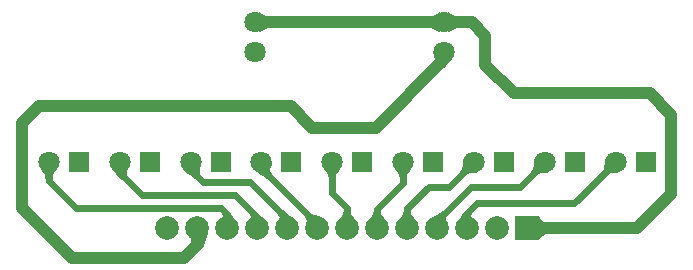
<source format=gbl>
G04 #@! TF.GenerationSoftware,KiCad,Pcbnew,8.0.1*
G04 #@! TF.CreationDate,2024-06-04T21:42:42+02:00*
G04 #@! TF.ProjectId,BMW E30 VFL SI Indicator,424d5720-4533-4302-9056-464c20534920,rev?*
G04 #@! TF.SameCoordinates,Original*
G04 #@! TF.FileFunction,Copper,L2,Bot*
G04 #@! TF.FilePolarity,Positive*
%FSLAX46Y46*%
G04 Gerber Fmt 4.6, Leading zero omitted, Abs format (unit mm)*
G04 Created by KiCad (PCBNEW 8.0.1) date 2024-06-04 21:42:42*
%MOMM*%
%LPD*%
G01*
G04 APERTURE LIST*
G04 #@! TA.AperFunction,ComponentPad*
%ADD10R,2.000000X2.000000*%
G04 #@! TD*
G04 #@! TA.AperFunction,ComponentPad*
%ADD11C,2.000000*%
G04 #@! TD*
G04 #@! TA.AperFunction,ComponentPad*
%ADD12R,1.800000X1.800000*%
G04 #@! TD*
G04 #@! TA.AperFunction,ComponentPad*
%ADD13C,1.800000*%
G04 #@! TD*
G04 #@! TA.AperFunction,Conductor*
%ADD14C,0.600000*%
G04 #@! TD*
G04 #@! TA.AperFunction,Conductor*
%ADD15C,0.300000*%
G04 #@! TD*
G04 #@! TA.AperFunction,Conductor*
%ADD16C,1.000000*%
G04 #@! TD*
G04 APERTURE END LIST*
D10*
X165540000Y-91600000D03*
D11*
X163000000Y-91600000D03*
X160460000Y-91600000D03*
X157920000Y-91600000D03*
X155380000Y-91600000D03*
X152840000Y-91600000D03*
X150300000Y-91600000D03*
X147760000Y-91600000D03*
X145220000Y-91600000D03*
X142680000Y-91600000D03*
X140140000Y-91600000D03*
X137600000Y-91600000D03*
X135060000Y-91600000D03*
D12*
X151575000Y-86000000D03*
D13*
X149035000Y-86000000D03*
D12*
X127575000Y-86000000D03*
D13*
X125035000Y-86000000D03*
D12*
X175575000Y-86000000D03*
D13*
X173035000Y-86000000D03*
D12*
X157575000Y-86000000D03*
D13*
X155035000Y-86000000D03*
D12*
X145575000Y-86000000D03*
D13*
X143035000Y-86000000D03*
D12*
X139575000Y-86000000D03*
D13*
X137035000Y-86000000D03*
D12*
X133575000Y-86000000D03*
D13*
X131035000Y-86000000D03*
X158500000Y-76700000D03*
X158500000Y-74160000D03*
X142500000Y-74160000D03*
X142500000Y-76700000D03*
D12*
X163575000Y-86000000D03*
D13*
X161035000Y-86000000D03*
D12*
X169575000Y-86000000D03*
D13*
X167035000Y-86000000D03*
D14*
X169535000Y-89500000D02*
X173035000Y-86000000D01*
X160460000Y-90340000D02*
X161300000Y-89500000D01*
X161300000Y-89500000D02*
X169535000Y-89500000D01*
X160460000Y-91600000D02*
X160460000Y-90340000D01*
X164935000Y-88100000D02*
X167035000Y-86000000D01*
X160800000Y-88100000D02*
X164935000Y-88100000D01*
X157920000Y-90980000D02*
X160800000Y-88100000D01*
D15*
X157920000Y-91600000D02*
X157920000Y-90980000D01*
D14*
X157200000Y-88100000D02*
X158935000Y-88100000D01*
X158935000Y-88100000D02*
X161035000Y-86000000D01*
X155380000Y-89920000D02*
X157200000Y-88100000D01*
X155380000Y-91600000D02*
X155380000Y-89920000D01*
X155035000Y-87765000D02*
X155035000Y-86000000D01*
X152840000Y-89960000D02*
X155035000Y-87765000D01*
X152840000Y-91600000D02*
X152840000Y-89960000D01*
X150300000Y-91600000D02*
X150300000Y-89900000D01*
X149035000Y-88635000D02*
X149035000Y-86000000D01*
X150300000Y-89900000D02*
X149035000Y-88635000D01*
D15*
X143035000Y-86535000D02*
X143035000Y-86000000D01*
X147760000Y-91600000D02*
X147300000Y-91140000D01*
D14*
X147300000Y-91140000D02*
X147300000Y-90800000D01*
X147300000Y-90800000D02*
X143035000Y-86535000D01*
X138100000Y-87700000D02*
X137500000Y-87100000D01*
D15*
X137500000Y-86465000D02*
X137035000Y-86000000D01*
D14*
X137500000Y-87100000D02*
X137500000Y-86465000D01*
X145220000Y-90820000D02*
X142100000Y-87700000D01*
X142100000Y-87700000D02*
X138100000Y-87700000D01*
X145220000Y-91600000D02*
X145220000Y-90820000D01*
X132900000Y-88800000D02*
X131300000Y-87200000D01*
X142680000Y-91600000D02*
X142680000Y-90680000D01*
D15*
X131300000Y-86265000D02*
X131035000Y-86000000D01*
D14*
X140800000Y-88800000D02*
X132900000Y-88800000D01*
X142680000Y-90680000D02*
X140800000Y-88800000D01*
X131300000Y-87200000D02*
X131300000Y-86265000D01*
X140140000Y-91600000D02*
X140140000Y-90440000D01*
X125035000Y-87635000D02*
X125035000Y-86000000D01*
X127300000Y-89900000D02*
X125035000Y-87635000D01*
X140140000Y-90440000D02*
X139600000Y-89900000D01*
X139600000Y-89900000D02*
X127300000Y-89900000D01*
D16*
X162000000Y-75300000D02*
X160860000Y-74160000D01*
X174800000Y-91600000D02*
X177700000Y-88700000D01*
X142500000Y-74160000D02*
X158500000Y-74160000D01*
X160860000Y-74160000D02*
X158500000Y-74160000D01*
X175900000Y-80200000D02*
X164400000Y-80200000D01*
X177700000Y-88700000D02*
X177700000Y-82000000D01*
X162000000Y-77800000D02*
X162000000Y-75300000D01*
X165540000Y-91600000D02*
X174800000Y-91600000D01*
X177700000Y-82000000D02*
X175900000Y-80200000D01*
X164400000Y-80200000D02*
X162000000Y-77800000D01*
X147300000Y-83100000D02*
X145500000Y-81300000D01*
X152700000Y-83100000D02*
X147300000Y-83100000D01*
X124200000Y-81300000D02*
X122800000Y-82700000D01*
X137600000Y-93000000D02*
X137600000Y-91600000D01*
X122800000Y-89900000D02*
X127000000Y-94100000D01*
X122800000Y-82700000D02*
X122800000Y-89900000D01*
X158260000Y-77540000D02*
X152700000Y-83100000D01*
X136500000Y-94100000D02*
X137600000Y-93000000D01*
X145500000Y-81300000D02*
X124200000Y-81300000D01*
X127000000Y-94100000D02*
X136500000Y-94100000D01*
G04 #@! TA.AperFunction,Conductor*
G36*
X172215485Y-85660531D02*
G01*
X173031214Y-85997437D01*
X173037553Y-86003763D01*
X173037562Y-86003785D01*
X173374467Y-86819513D01*
X173374458Y-86828467D01*
X173368119Y-86834793D01*
X173366993Y-86835192D01*
X173094238Y-86916438D01*
X173092068Y-86916866D01*
X172868961Y-86939281D01*
X172868813Y-86939295D01*
X172675492Y-86956250D01*
X172675486Y-86956252D01*
X172481936Y-87024796D01*
X172481935Y-87024796D01*
X172481934Y-87024797D01*
X172265348Y-87195640D01*
X172256730Y-87198073D01*
X172249829Y-87194727D01*
X171840272Y-86785170D01*
X171836845Y-86776897D01*
X171839358Y-86769653D01*
X172010202Y-86553063D01*
X172078747Y-86359513D01*
X172095708Y-86166116D01*
X172118132Y-85942920D01*
X172118557Y-85940769D01*
X172199808Y-85668004D01*
X172205453Y-85661055D01*
X172214360Y-85660133D01*
X172215485Y-85660531D01*
G37*
G04 #@! TD.AperFunction*
G04 #@! TA.AperFunction,Conductor*
G36*
X160425848Y-89966478D02*
G01*
X160426448Y-89967037D01*
X160835645Y-90376234D01*
X160839072Y-90384507D01*
X160837642Y-90390112D01*
X160744781Y-90560251D01*
X160744782Y-90560252D01*
X160744782Y-90560253D01*
X160779218Y-90617952D01*
X160825745Y-90695911D01*
X160825746Y-90695911D01*
X160825747Y-90695913D01*
X161009274Y-90826028D01*
X161009617Y-90826281D01*
X161219180Y-90986628D01*
X161221605Y-90989139D01*
X161375370Y-91205351D01*
X161377372Y-91214079D01*
X161372616Y-91221667D01*
X161370317Y-91222940D01*
X160466525Y-91597708D01*
X160457570Y-91597711D01*
X160453762Y-91595165D01*
X159760590Y-90900605D01*
X159757171Y-90892328D01*
X159760039Y-90884667D01*
X159810763Y-90826281D01*
X159938807Y-90678893D01*
X160045254Y-90505473D01*
X160124996Y-90346010D01*
X160125470Y-90345158D01*
X160231155Y-90172981D01*
X160232294Y-90171430D01*
X160409343Y-89967637D01*
X160417355Y-89963639D01*
X160425848Y-89966478D01*
G37*
G04 #@! TD.AperFunction*
G04 #@! TA.AperFunction,Conductor*
G36*
X166215485Y-85660531D02*
G01*
X167031214Y-85997437D01*
X167037553Y-86003763D01*
X167037562Y-86003785D01*
X167374467Y-86819513D01*
X167374458Y-86828467D01*
X167368119Y-86834793D01*
X167366993Y-86835192D01*
X167094238Y-86916438D01*
X167092068Y-86916866D01*
X166868961Y-86939281D01*
X166868813Y-86939295D01*
X166675492Y-86956250D01*
X166675486Y-86956252D01*
X166481936Y-87024796D01*
X166481935Y-87024796D01*
X166481934Y-87024797D01*
X166265348Y-87195640D01*
X166256730Y-87198073D01*
X166249829Y-87194727D01*
X165840272Y-86785170D01*
X165836845Y-86776897D01*
X165839358Y-86769653D01*
X166010202Y-86553063D01*
X166078747Y-86359513D01*
X166095708Y-86166116D01*
X166118132Y-85942920D01*
X166118557Y-85940769D01*
X166199808Y-85668004D01*
X166205453Y-85661055D01*
X166214360Y-85660133D01*
X166215485Y-85660531D01*
G37*
G04 #@! TD.AperFunction*
G04 #@! TA.AperFunction,Conductor*
G36*
X158386025Y-90105011D02*
G01*
X158795929Y-90514915D01*
X158799356Y-90523188D01*
X158797460Y-90529574D01*
X158667574Y-90728977D01*
X158678271Y-90910688D01*
X158678271Y-90910689D01*
X158768167Y-91096416D01*
X158768236Y-91096559D01*
X158870314Y-91314978D01*
X158871243Y-91317939D01*
X158917634Y-91586316D01*
X158915666Y-91595052D01*
X158908098Y-91599838D01*
X158906113Y-91600009D01*
X157924150Y-91600703D01*
X157915875Y-91597282D01*
X157915861Y-91597268D01*
X157221821Y-90901839D01*
X157218402Y-90893562D01*
X157221837Y-90885293D01*
X157222481Y-90884697D01*
X157476978Y-90667163D01*
X157478710Y-90665939D01*
X157694517Y-90541292D01*
X157695478Y-90540797D01*
X157858442Y-90466484D01*
X157896266Y-90449237D01*
X157896269Y-90449235D01*
X157896283Y-90449229D01*
X158113481Y-90323779D01*
X158370152Y-90104389D01*
X158378665Y-90101620D01*
X158386025Y-90105011D01*
G37*
G04 #@! TD.AperFunction*
G04 #@! TA.AperFunction,Conductor*
G36*
X160215485Y-85660531D02*
G01*
X161031214Y-85997437D01*
X161037553Y-86003763D01*
X161037562Y-86003785D01*
X161374467Y-86819513D01*
X161374458Y-86828467D01*
X161368119Y-86834793D01*
X161366993Y-86835192D01*
X161094238Y-86916438D01*
X161092068Y-86916866D01*
X160868961Y-86939281D01*
X160868813Y-86939295D01*
X160675492Y-86956250D01*
X160675486Y-86956252D01*
X160481936Y-87024796D01*
X160481935Y-87024796D01*
X160481934Y-87024797D01*
X160265348Y-87195640D01*
X160256730Y-87198073D01*
X160249829Y-87194727D01*
X159840272Y-86785170D01*
X159836845Y-86776897D01*
X159839358Y-86769653D01*
X160010202Y-86553063D01*
X160078747Y-86359513D01*
X160095708Y-86166116D01*
X160118132Y-85942920D01*
X160118557Y-85940769D01*
X160199808Y-85668004D01*
X160205453Y-85661055D01*
X160214360Y-85660133D01*
X160215485Y-85660531D01*
G37*
G04 #@! TD.AperFunction*
G04 #@! TA.AperFunction,Conductor*
G36*
X155678052Y-90103427D02*
G01*
X155681373Y-90110128D01*
X155721376Y-90405151D01*
X155829084Y-90599457D01*
X155829087Y-90599461D01*
X155978357Y-90752781D01*
X155978614Y-90753054D01*
X156028852Y-90808164D01*
X156144078Y-90934564D01*
X156145622Y-90936699D01*
X156297399Y-91205825D01*
X156298478Y-91214714D01*
X156292955Y-91221763D01*
X156291695Y-91222377D01*
X155384487Y-91599136D01*
X155375533Y-91599145D01*
X155375513Y-91599136D01*
X154468304Y-91222377D01*
X154461977Y-91216039D01*
X154461986Y-91207085D01*
X154462593Y-91205837D01*
X154614377Y-90936694D01*
X154615916Y-90934567D01*
X154781439Y-90752993D01*
X154781573Y-90752851D01*
X154930913Y-90599460D01*
X155038622Y-90405152D01*
X155078627Y-90110128D01*
X155083135Y-90102390D01*
X155090221Y-90100000D01*
X155669779Y-90100000D01*
X155678052Y-90103427D01*
G37*
G04 #@! TD.AperFunction*
G04 #@! TA.AperFunction,Conductor*
G36*
X155854522Y-86339442D02*
G01*
X155860848Y-86345781D01*
X155860839Y-86354735D01*
X155860325Y-86355814D01*
X155724909Y-86606128D01*
X155723677Y-86607966D01*
X155581739Y-86781612D01*
X155581644Y-86781726D01*
X155456956Y-86930388D01*
X155368565Y-87115715D01*
X155336219Y-87389672D01*
X155331846Y-87397486D01*
X155324600Y-87400000D01*
X154745400Y-87400000D01*
X154737127Y-87396573D01*
X154733781Y-87389672D01*
X154701433Y-87115715D01*
X154613042Y-86930388D01*
X154613041Y-86930387D01*
X154613041Y-86930386D01*
X154488283Y-86781641D01*
X154346320Y-86607965D01*
X154345089Y-86606128D01*
X154209673Y-86355812D01*
X154208752Y-86346907D01*
X154214398Y-86339956D01*
X154215462Y-86339448D01*
X155030512Y-86000863D01*
X155039465Y-86000855D01*
X155854522Y-86339442D01*
G37*
G04 #@! TD.AperFunction*
G04 #@! TA.AperFunction,Conductor*
G36*
X153138052Y-90103427D02*
G01*
X153141373Y-90110128D01*
X153181376Y-90405151D01*
X153289084Y-90599457D01*
X153289087Y-90599461D01*
X153438357Y-90752781D01*
X153438614Y-90753054D01*
X153488852Y-90808164D01*
X153604078Y-90934564D01*
X153605622Y-90936699D01*
X153757399Y-91205825D01*
X153758478Y-91214714D01*
X153752955Y-91221763D01*
X153751695Y-91222377D01*
X152844487Y-91599136D01*
X152835533Y-91599145D01*
X152835513Y-91599136D01*
X151928304Y-91222377D01*
X151921977Y-91216039D01*
X151921986Y-91207085D01*
X151922593Y-91205837D01*
X152074377Y-90936694D01*
X152075916Y-90934567D01*
X152241439Y-90752993D01*
X152241573Y-90752851D01*
X152390913Y-90599460D01*
X152498622Y-90405152D01*
X152538627Y-90110128D01*
X152543135Y-90102390D01*
X152550221Y-90100000D01*
X153129779Y-90100000D01*
X153138052Y-90103427D01*
G37*
G04 #@! TD.AperFunction*
G04 #@! TA.AperFunction,Conductor*
G36*
X150598052Y-90103427D02*
G01*
X150601373Y-90110128D01*
X150641376Y-90405151D01*
X150749084Y-90599457D01*
X150749087Y-90599461D01*
X150898357Y-90752781D01*
X150898614Y-90753054D01*
X150948852Y-90808164D01*
X151064078Y-90934564D01*
X151065622Y-90936699D01*
X151217399Y-91205825D01*
X151218478Y-91214714D01*
X151212955Y-91221763D01*
X151211695Y-91222377D01*
X150304487Y-91599136D01*
X150295533Y-91599145D01*
X150295513Y-91599136D01*
X149388304Y-91222377D01*
X149381977Y-91216039D01*
X149381986Y-91207085D01*
X149382593Y-91205837D01*
X149534377Y-90936694D01*
X149535916Y-90934567D01*
X149701439Y-90752993D01*
X149701573Y-90752851D01*
X149850913Y-90599460D01*
X149958622Y-90405152D01*
X149998627Y-90110128D01*
X150003135Y-90102390D01*
X150010221Y-90100000D01*
X150589779Y-90100000D01*
X150598052Y-90103427D01*
G37*
G04 #@! TD.AperFunction*
G04 #@! TA.AperFunction,Conductor*
G36*
X149854522Y-86339442D02*
G01*
X149860848Y-86345781D01*
X149860839Y-86354735D01*
X149860325Y-86355814D01*
X149724909Y-86606128D01*
X149723677Y-86607966D01*
X149581739Y-86781612D01*
X149581644Y-86781726D01*
X149456956Y-86930388D01*
X149368565Y-87115715D01*
X149336219Y-87389672D01*
X149331846Y-87397486D01*
X149324600Y-87400000D01*
X148745400Y-87400000D01*
X148737127Y-87396573D01*
X148733781Y-87389672D01*
X148701433Y-87115715D01*
X148613042Y-86930388D01*
X148613041Y-86930387D01*
X148613041Y-86930386D01*
X148488283Y-86781641D01*
X148346320Y-86607965D01*
X148345089Y-86606128D01*
X148209673Y-86355812D01*
X148208752Y-86346907D01*
X148214398Y-86339956D01*
X148215462Y-86339448D01*
X149030512Y-86000863D01*
X149039465Y-86000855D01*
X149854522Y-86339442D01*
G37*
G04 #@! TD.AperFunction*
G04 #@! TA.AperFunction,Conductor*
G36*
X143921538Y-85999989D02*
G01*
X143929808Y-86003422D01*
X143933228Y-86011698D01*
X143933112Y-86013330D01*
X143898762Y-86255871D01*
X143898152Y-86258288D01*
X143824552Y-86457334D01*
X143765760Y-86627024D01*
X143765760Y-86627026D01*
X143765760Y-86627027D01*
X143766742Y-86644617D01*
X143775005Y-86792726D01*
X143775005Y-86792727D01*
X143775006Y-86792728D01*
X143815664Y-86851513D01*
X143899576Y-86972837D01*
X143901463Y-86981590D01*
X143898226Y-86987765D01*
X143488574Y-87397417D01*
X143480301Y-87400844D01*
X143472630Y-87397978D01*
X143233139Y-87190010D01*
X143233135Y-87190007D01*
X143032325Y-87066950D01*
X142847594Y-86974798D01*
X142846704Y-86974304D01*
X142647153Y-86852018D01*
X142645595Y-86850876D01*
X142408071Y-86644617D01*
X142404071Y-86636605D01*
X142406908Y-86628112D01*
X142407441Y-86627538D01*
X143030862Y-86002730D01*
X143039127Y-85999296D01*
X143921538Y-85999989D01*
G37*
G04 #@! TD.AperFunction*
G04 #@! TA.AperFunction,Conductor*
G36*
X147123523Y-90198208D02*
G01*
X147325998Y-90374851D01*
X147326008Y-90374858D01*
X147474248Y-90458550D01*
X147499308Y-90472698D01*
X147669997Y-90527138D01*
X147872418Y-90580635D01*
X147873303Y-90580909D01*
X148131063Y-90672013D01*
X148137720Y-90678000D01*
X148138194Y-90686942D01*
X148137977Y-90687510D01*
X147763697Y-91593468D01*
X147757370Y-91599806D01*
X147752875Y-91600701D01*
X146772943Y-91600009D01*
X146764672Y-91596576D01*
X146761251Y-91588301D01*
X146761310Y-91587141D01*
X146786247Y-91342379D01*
X146786527Y-91340768D01*
X146836232Y-91140674D01*
X146866071Y-90970528D01*
X146832212Y-90804331D01*
X146697081Y-90623399D01*
X146694877Y-90614721D01*
X146698181Y-90608128D01*
X147107559Y-90198750D01*
X147115831Y-90195324D01*
X147123523Y-90198208D01*
G37*
G04 #@! TD.AperFunction*
G04 #@! TA.AperFunction,Conductor*
G36*
X137921071Y-85999989D02*
G01*
X137929342Y-86003422D01*
X137932762Y-86011698D01*
X137932585Y-86013717D01*
X137889209Y-86260136D01*
X137888244Y-86263149D01*
X137792203Y-86464317D01*
X137792117Y-86464494D01*
X137706792Y-86635741D01*
X137706792Y-86635742D01*
X137694978Y-86803264D01*
X137768870Y-86917392D01*
X137813705Y-86986642D01*
X137815325Y-86995448D01*
X137812157Y-87001273D01*
X137402452Y-87410978D01*
X137394179Y-87414405D01*
X137386331Y-87411382D01*
X137162040Y-87208509D01*
X137162037Y-87208507D01*
X137162035Y-87208505D01*
X136979515Y-87078940D01*
X136979507Y-87078935D01*
X136979500Y-87078930D01*
X136854021Y-87001273D01*
X136813984Y-86976494D01*
X136813384Y-86976097D01*
X136631704Y-86847129D01*
X136630633Y-86846268D01*
X136407716Y-86644638D01*
X136403879Y-86636547D01*
X136406887Y-86628113D01*
X136407248Y-86627732D01*
X137030862Y-86002730D01*
X137039127Y-85999296D01*
X137921071Y-85999989D01*
G37*
G04 #@! TD.AperFunction*
G04 #@! TA.AperFunction,Conductor*
G36*
X144903333Y-90078324D02*
G01*
X145028006Y-90191733D01*
X145136758Y-90290659D01*
X145220654Y-90351415D01*
X145325511Y-90427350D01*
X145325520Y-90427356D01*
X145325526Y-90427360D01*
X145496384Y-90536171D01*
X145496939Y-90536549D01*
X145684903Y-90672667D01*
X145685898Y-90673475D01*
X145904685Y-90872497D01*
X145918042Y-90884647D01*
X145921856Y-90892749D01*
X145918824Y-90901175D01*
X145918450Y-90901567D01*
X145226237Y-91595165D01*
X145217968Y-91598600D01*
X145213475Y-91597708D01*
X144949528Y-91488259D01*
X144308083Y-91222277D01*
X144301754Y-91215942D01*
X144301757Y-91206987D01*
X144302258Y-91205933D01*
X144393804Y-91036171D01*
X144394468Y-91035090D01*
X144463490Y-90935492D01*
X144494681Y-90890486D01*
X144494689Y-90890473D01*
X144494695Y-90890465D01*
X144563761Y-90763942D01*
X144567177Y-90638121D01*
X144498615Y-90536346D01*
X144476200Y-90503072D01*
X144474420Y-90494296D01*
X144477629Y-90488264D01*
X144887188Y-90078705D01*
X144895460Y-90075279D01*
X144903333Y-90078324D01*
G37*
G04 #@! TD.AperFunction*
G04 #@! TA.AperFunction,Conductor*
G36*
X142480122Y-90055587D02*
G01*
X142693890Y-90262352D01*
X142857463Y-90408576D01*
X142923717Y-90465307D01*
X143001430Y-90531850D01*
X143001562Y-90531965D01*
X143102898Y-90622552D01*
X143164895Y-90677973D01*
X143165220Y-90678276D01*
X143331195Y-90838813D01*
X143378564Y-90884630D01*
X143382128Y-90892845D01*
X143378840Y-90901174D01*
X143378711Y-90901305D01*
X142686237Y-91595165D01*
X142677968Y-91598600D01*
X142673475Y-91597708D01*
X141768692Y-91222530D01*
X141762363Y-91216195D01*
X141762366Y-91207240D01*
X141763162Y-91205669D01*
X141871832Y-91025928D01*
X141873155Y-91024148D01*
X142006379Y-90876684D01*
X142111351Y-90750020D01*
X142140646Y-90622552D01*
X142052449Y-90479725D01*
X142051019Y-90470888D01*
X142054130Y-90465309D01*
X142463716Y-90055723D01*
X142471988Y-90052297D01*
X142480122Y-90055587D01*
G37*
G04 #@! TD.AperFunction*
G04 #@! TA.AperFunction,Conductor*
G36*
X131041523Y-86002291D02*
G01*
X131658593Y-86258197D01*
X131854148Y-86339296D01*
X131860477Y-86345630D01*
X131860473Y-86354585D01*
X131859786Y-86355974D01*
X131756266Y-86534421D01*
X131755184Y-86535980D01*
X131632980Y-86684615D01*
X131540499Y-86813334D01*
X131520788Y-86942194D01*
X131520789Y-86942196D01*
X131611232Y-87084098D01*
X131612789Y-87092916D01*
X131609639Y-87098659D01*
X131200472Y-87507826D01*
X131192199Y-87511253D01*
X131183926Y-87507826D01*
X131183749Y-87507645D01*
X130989069Y-87304348D01*
X130988667Y-87303906D01*
X130852533Y-87146377D01*
X130852324Y-87146129D01*
X130801649Y-87084098D01*
X130738204Y-87006434D01*
X130601756Y-86848541D01*
X130568041Y-86813334D01*
X130543278Y-86787475D01*
X130406512Y-86644654D01*
X130403266Y-86636311D01*
X130406680Y-86628301D01*
X131028764Y-86004834D01*
X131037031Y-86001399D01*
X131041523Y-86002291D01*
G37*
G04 #@! TD.AperFunction*
G04 #@! TA.AperFunction,Conductor*
G36*
X140119622Y-89996091D02*
G01*
X140119973Y-89996457D01*
X140306565Y-90199950D01*
X140307325Y-90200869D01*
X140429767Y-90365295D01*
X140430135Y-90365818D01*
X140528862Y-90514791D01*
X140651853Y-90679954D01*
X140651857Y-90679959D01*
X140651860Y-90679962D01*
X140839542Y-90884643D01*
X140842608Y-90893056D01*
X140839200Y-90900815D01*
X140146237Y-91595165D01*
X140137968Y-91598600D01*
X140133475Y-91597708D01*
X139229447Y-91222843D01*
X139223118Y-91216508D01*
X139223121Y-91207553D01*
X139224280Y-91205418D01*
X139364481Y-91000982D01*
X139366637Y-90998616D01*
X139554158Y-90842571D01*
X139554253Y-90842493D01*
X139715531Y-90713670D01*
X139782293Y-90580823D01*
X139691785Y-90419443D01*
X139690728Y-90410553D01*
X139693716Y-90405451D01*
X140103077Y-89996090D01*
X140111349Y-89992664D01*
X140119622Y-89996091D01*
G37*
G04 #@! TD.AperFunction*
G04 #@! TA.AperFunction,Conductor*
G36*
X125854522Y-86339442D02*
G01*
X125860848Y-86345781D01*
X125860839Y-86354735D01*
X125860325Y-86355814D01*
X125724909Y-86606128D01*
X125723677Y-86607966D01*
X125581739Y-86781612D01*
X125581644Y-86781726D01*
X125456956Y-86930388D01*
X125368565Y-87115715D01*
X125336219Y-87389672D01*
X125331846Y-87397486D01*
X125324600Y-87400000D01*
X124745400Y-87400000D01*
X124737127Y-87396573D01*
X124733781Y-87389672D01*
X124701433Y-87115715D01*
X124613042Y-86930388D01*
X124613041Y-86930387D01*
X124613041Y-86930386D01*
X124488283Y-86781641D01*
X124346320Y-86607965D01*
X124345089Y-86606128D01*
X124209673Y-86355812D01*
X124208752Y-86346907D01*
X124214398Y-86339956D01*
X124215462Y-86339448D01*
X125030512Y-86000863D01*
X125039465Y-86000855D01*
X125854522Y-86339442D01*
G37*
G04 #@! TD.AperFunction*
G04 #@! TA.AperFunction,Conductor*
G36*
X142855056Y-73333387D02*
G01*
X142855437Y-73333553D01*
X143097130Y-73444176D01*
X143097562Y-73444386D01*
X143277450Y-73536648D01*
X143277461Y-73536652D01*
X143277470Y-73536657D01*
X143377084Y-73578979D01*
X143436644Y-73604284D01*
X143626853Y-73645848D01*
X143626859Y-73645848D01*
X143626864Y-73645849D01*
X143818588Y-73655781D01*
X143888905Y-73659425D01*
X143896990Y-73663275D01*
X143900000Y-73671109D01*
X143900000Y-74648890D01*
X143896573Y-74657163D01*
X143888905Y-74660574D01*
X143626864Y-74674149D01*
X143626850Y-74674151D01*
X143436649Y-74715712D01*
X143436640Y-74715715D01*
X143277470Y-74783341D01*
X143277437Y-74783357D01*
X143097581Y-74875602D01*
X143097111Y-74875830D01*
X142855437Y-74986446D01*
X142846489Y-74986773D01*
X142839929Y-74980676D01*
X142839775Y-74980324D01*
X142500863Y-74164487D01*
X142500855Y-74155534D01*
X142500864Y-74155512D01*
X142839764Y-73339702D01*
X142846102Y-73333378D01*
X142855056Y-73333387D01*
G37*
G04 #@! TD.AperFunction*
G04 #@! TA.AperFunction,Conductor*
G36*
X158160070Y-73339323D02*
G01*
X158160236Y-73339704D01*
X158499135Y-74155512D01*
X158499144Y-74164466D01*
X158499135Y-74164488D01*
X158160236Y-74980295D01*
X158153897Y-74986621D01*
X158144943Y-74986612D01*
X158144562Y-74986446D01*
X157902886Y-74875830D01*
X157902416Y-74875602D01*
X157722560Y-74783357D01*
X157722527Y-74783341D01*
X157563357Y-74715715D01*
X157563348Y-74715712D01*
X157373148Y-74674151D01*
X157373134Y-74674149D01*
X157111095Y-74660574D01*
X157103010Y-74656724D01*
X157100000Y-74648890D01*
X157100000Y-73671109D01*
X157103427Y-73662836D01*
X157111094Y-73659425D01*
X157187479Y-73655467D01*
X157373134Y-73645849D01*
X157373138Y-73645848D01*
X157373146Y-73645848D01*
X157563354Y-73604284D01*
X157722548Y-73536648D01*
X157902468Y-73444369D01*
X157902848Y-73444185D01*
X158144562Y-73333552D01*
X158153511Y-73333226D01*
X158160070Y-73339323D01*
G37*
G04 #@! TD.AperFunction*
G04 #@! TA.AperFunction,Conductor*
G36*
X158855056Y-73333387D02*
G01*
X158855437Y-73333553D01*
X159097130Y-73444176D01*
X159097562Y-73444386D01*
X159277450Y-73536648D01*
X159277461Y-73536652D01*
X159277470Y-73536657D01*
X159377084Y-73578979D01*
X159436644Y-73604284D01*
X159626853Y-73645848D01*
X159626859Y-73645848D01*
X159626864Y-73645849D01*
X159818588Y-73655781D01*
X159888905Y-73659425D01*
X159896990Y-73663275D01*
X159900000Y-73671109D01*
X159900000Y-74648890D01*
X159896573Y-74657163D01*
X159888905Y-74660574D01*
X159626864Y-74674149D01*
X159626850Y-74674151D01*
X159436649Y-74715712D01*
X159436640Y-74715715D01*
X159277470Y-74783341D01*
X159277437Y-74783357D01*
X159097581Y-74875602D01*
X159097111Y-74875830D01*
X158855437Y-74986446D01*
X158846489Y-74986773D01*
X158839929Y-74980676D01*
X158839775Y-74980324D01*
X158500863Y-74164487D01*
X158500855Y-74155534D01*
X158500864Y-74155512D01*
X158839764Y-73339702D01*
X158846102Y-73333378D01*
X158855056Y-73333387D01*
G37*
G04 #@! TD.AperFunction*
G04 #@! TA.AperFunction,Conductor*
G36*
X166546699Y-90609844D02*
G01*
X166547997Y-90611390D01*
X166639993Y-90742418D01*
X166639995Y-90742419D01*
X166640000Y-90742426D01*
X166740000Y-90863639D01*
X166839999Y-90963639D01*
X166895260Y-91007178D01*
X166939992Y-91042421D01*
X166939994Y-91042422D01*
X166939999Y-91042426D01*
X167034138Y-91096625D01*
X167039598Y-91103723D01*
X167040000Y-91106765D01*
X167040000Y-92093234D01*
X167036573Y-92101507D01*
X167034138Y-92103374D01*
X166939992Y-92157577D01*
X166839996Y-92236362D01*
X166740003Y-92336356D01*
X166639996Y-92457578D01*
X166639993Y-92457580D01*
X166547997Y-92588609D01*
X166540439Y-92593411D01*
X166531699Y-92591461D01*
X166530153Y-92590163D01*
X165547284Y-91608276D01*
X165543854Y-91600006D01*
X165547277Y-91591731D01*
X165547285Y-91591723D01*
X166035773Y-91103723D01*
X166530154Y-90609835D01*
X166538428Y-90606413D01*
X166546699Y-90609844D01*
G37*
G04 #@! TD.AperFunction*
G04 #@! TA.AperFunction,Conductor*
G36*
X137607933Y-91602294D02*
G01*
X138513736Y-91978470D01*
X138520063Y-91984808D01*
X138520316Y-91993071D01*
X138394840Y-92358909D01*
X138328515Y-92644109D01*
X138328405Y-92644542D01*
X138262847Y-92884530D01*
X138261929Y-92886869D01*
X138135338Y-93128932D01*
X138133857Y-93131120D01*
X137891063Y-93414662D01*
X137883079Y-93418717D01*
X137874566Y-93415939D01*
X137873903Y-93415325D01*
X137182148Y-92723570D01*
X137178721Y-92715297D01*
X137180346Y-92709349D01*
X137218740Y-92644313D01*
X137230856Y-92623790D01*
X137202981Y-92547459D01*
X137119254Y-92476802D01*
X137007278Y-92400768D01*
X137006436Y-92400139D01*
X136902886Y-92315294D01*
X136898658Y-92307400D01*
X136901251Y-92298829D01*
X136902018Y-92297981D01*
X137595174Y-91604825D01*
X137603446Y-91601399D01*
X137607933Y-91602294D01*
G37*
G04 #@! TD.AperFunction*
G04 #@! TA.AperFunction,Conductor*
G36*
X158504121Y-76702714D02*
G01*
X158897108Y-77096576D01*
X159128206Y-77328188D01*
X159131624Y-77336465D01*
X159128263Y-77344659D01*
X158914002Y-77562357D01*
X158759260Y-77725605D01*
X158626969Y-77868053D01*
X158626887Y-77868140D01*
X158472240Y-78031290D01*
X158472088Y-78031448D01*
X158258045Y-78248927D01*
X158249799Y-78252420D01*
X158241499Y-78249059D01*
X157549820Y-77557380D01*
X157546393Y-77549107D01*
X157548710Y-77542118D01*
X157664321Y-77387014D01*
X157693002Y-77243503D01*
X157666588Y-77096576D01*
X157623163Y-76923922D01*
X157622874Y-76922286D01*
X157601326Y-76712886D01*
X157603888Y-76704306D01*
X157611767Y-76700050D01*
X157612939Y-76699989D01*
X158495849Y-76699296D01*
X158504121Y-76702714D01*
G37*
G04 #@! TD.AperFunction*
M02*

</source>
